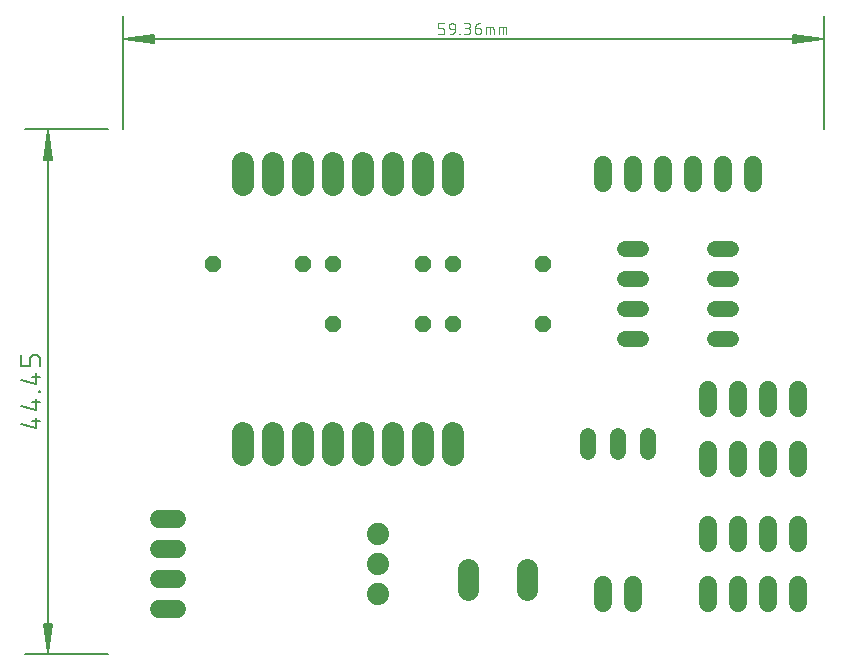
<source format=gbr>
G04 EAGLE Gerber X2 export*
%TF.Part,Single*%
%TF.FileFunction,Copper,L1,Top,Mixed*%
%TF.FilePolarity,Positive*%
%TF.GenerationSoftware,Autodesk,EAGLE,9.1.0*%
%TF.CreationDate,2018-07-07T09:38:12Z*%
G75*
%MOMM*%
%FSLAX34Y34*%
%LPD*%
%AMOC8*
5,1,8,0,0,1.08239X$1,22.5*%
G01*
%ADD10C,0.130000*%
%ADD11C,0.152400*%
%ADD12C,0.076200*%
%ADD13C,1.524000*%
%ADD14C,1.790700*%
%ADD15C,1.828800*%
%ADD16P,1.429621X8X202.500000*%
%ADD17C,1.879600*%
%ADD18C,1.320800*%
%ADD19P,1.429621X8X22.500000*%


D10*
X-12700Y444500D02*
X-83000Y444500D01*
X-83000Y0D02*
X-12700Y0D01*
X-63500Y650D02*
X-63500Y443850D01*
X-66692Y418500D01*
X-60308Y418500D01*
X-63500Y443850D01*
X-64800Y418500D01*
X-62200Y418500D02*
X-63500Y443850D01*
X-66100Y418500D01*
X-60900Y418500D02*
X-63500Y443850D01*
X-66692Y26000D02*
X-63500Y650D01*
X-66692Y26000D02*
X-60308Y26000D01*
X-63500Y650D01*
X-64800Y26000D01*
X-62200Y26000D02*
X-63500Y650D01*
X-66100Y26000D01*
X-60900Y26000D02*
X-63500Y650D01*
D11*
X-73619Y191191D02*
X-86263Y194804D01*
X-73619Y191191D02*
X-73619Y200222D01*
X-77232Y197513D02*
X-70007Y197513D01*
X-73619Y206823D02*
X-86263Y210435D01*
X-73619Y206823D02*
X-73619Y215854D01*
X-70007Y213144D02*
X-77232Y213144D01*
X-70910Y221828D02*
X-70007Y221828D01*
X-70910Y221828D02*
X-70910Y222731D01*
X-70007Y222731D01*
X-70007Y221828D01*
X-73619Y228706D02*
X-86263Y232319D01*
X-73619Y228706D02*
X-73619Y237737D01*
X-77232Y235028D02*
X-70007Y235028D01*
X-70007Y244337D02*
X-70007Y249756D01*
X-70009Y249874D01*
X-70015Y249992D01*
X-70024Y250110D01*
X-70038Y250227D01*
X-70055Y250344D01*
X-70076Y250461D01*
X-70101Y250576D01*
X-70130Y250691D01*
X-70163Y250805D01*
X-70199Y250917D01*
X-70239Y251028D01*
X-70282Y251138D01*
X-70329Y251247D01*
X-70379Y251354D01*
X-70434Y251459D01*
X-70491Y251562D01*
X-70552Y251663D01*
X-70616Y251763D01*
X-70683Y251860D01*
X-70753Y251955D01*
X-70827Y252047D01*
X-70903Y252138D01*
X-70983Y252225D01*
X-71065Y252310D01*
X-71150Y252392D01*
X-71237Y252472D01*
X-71328Y252548D01*
X-71420Y252622D01*
X-71515Y252692D01*
X-71612Y252759D01*
X-71712Y252823D01*
X-71813Y252884D01*
X-71916Y252941D01*
X-72021Y252996D01*
X-72128Y253046D01*
X-72237Y253093D01*
X-72347Y253136D01*
X-72458Y253176D01*
X-72570Y253212D01*
X-72684Y253245D01*
X-72799Y253274D01*
X-72914Y253299D01*
X-73031Y253320D01*
X-73148Y253337D01*
X-73265Y253351D01*
X-73383Y253360D01*
X-73501Y253366D01*
X-73619Y253368D01*
X-73619Y253369D02*
X-75426Y253369D01*
X-75426Y253368D02*
X-75544Y253366D01*
X-75662Y253360D01*
X-75780Y253351D01*
X-75897Y253337D01*
X-76014Y253320D01*
X-76131Y253299D01*
X-76246Y253274D01*
X-76361Y253245D01*
X-76475Y253212D01*
X-76587Y253176D01*
X-76698Y253136D01*
X-76808Y253093D01*
X-76917Y253046D01*
X-77024Y252996D01*
X-77129Y252941D01*
X-77232Y252884D01*
X-77333Y252823D01*
X-77433Y252759D01*
X-77530Y252692D01*
X-77625Y252622D01*
X-77717Y252548D01*
X-77808Y252472D01*
X-77895Y252392D01*
X-77980Y252310D01*
X-78062Y252225D01*
X-78142Y252138D01*
X-78218Y252047D01*
X-78292Y251955D01*
X-78362Y251860D01*
X-78429Y251763D01*
X-78493Y251663D01*
X-78554Y251562D01*
X-78611Y251459D01*
X-78666Y251354D01*
X-78716Y251247D01*
X-78763Y251138D01*
X-78806Y251028D01*
X-78846Y250917D01*
X-78882Y250805D01*
X-78915Y250691D01*
X-78944Y250576D01*
X-78969Y250461D01*
X-78990Y250344D01*
X-79007Y250227D01*
X-79021Y250110D01*
X-79030Y249992D01*
X-79036Y249874D01*
X-79038Y249756D01*
X-79038Y244337D01*
X-86263Y244337D01*
X-86263Y253369D01*
D10*
X0Y444400D02*
X0Y540200D01*
X593600Y540200D02*
X593600Y444400D01*
X592950Y520700D02*
X650Y520700D01*
X26000Y523892D01*
X26000Y517508D01*
X650Y520700D01*
X26000Y522000D01*
X26000Y519400D02*
X650Y520700D01*
X26000Y523300D01*
X26000Y518100D02*
X650Y520700D01*
X567600Y523892D02*
X592950Y520700D01*
X567600Y523892D02*
X567600Y517508D01*
X592950Y520700D01*
X567600Y522000D01*
X567600Y519400D02*
X592950Y520700D01*
X567600Y523300D01*
X567600Y518100D02*
X592950Y520700D01*
D12*
X270010Y524921D02*
X266878Y524921D01*
X270010Y524921D02*
X270099Y524923D01*
X270187Y524929D01*
X270275Y524938D01*
X270363Y524951D01*
X270450Y524968D01*
X270536Y524988D01*
X270621Y525013D01*
X270706Y525040D01*
X270789Y525072D01*
X270870Y525106D01*
X270950Y525145D01*
X271028Y525186D01*
X271105Y525231D01*
X271179Y525279D01*
X271252Y525330D01*
X271322Y525384D01*
X271389Y525442D01*
X271455Y525502D01*
X271517Y525564D01*
X271577Y525630D01*
X271635Y525697D01*
X271689Y525767D01*
X271740Y525840D01*
X271788Y525914D01*
X271833Y525991D01*
X271874Y526069D01*
X271913Y526149D01*
X271947Y526230D01*
X271979Y526313D01*
X272006Y526398D01*
X272031Y526483D01*
X272051Y526569D01*
X272068Y526656D01*
X272081Y526744D01*
X272090Y526832D01*
X272096Y526920D01*
X272098Y527009D01*
X272099Y527009D02*
X272099Y528054D01*
X272098Y528054D02*
X272096Y528143D01*
X272090Y528231D01*
X272081Y528319D01*
X272068Y528407D01*
X272051Y528494D01*
X272031Y528580D01*
X272006Y528665D01*
X271979Y528750D01*
X271947Y528833D01*
X271913Y528914D01*
X271874Y528994D01*
X271833Y529072D01*
X271788Y529149D01*
X271740Y529223D01*
X271689Y529296D01*
X271635Y529366D01*
X271577Y529433D01*
X271517Y529499D01*
X271455Y529561D01*
X271389Y529621D01*
X271322Y529679D01*
X271252Y529733D01*
X271179Y529784D01*
X271105Y529832D01*
X271028Y529877D01*
X270950Y529918D01*
X270870Y529957D01*
X270789Y529991D01*
X270706Y530023D01*
X270621Y530050D01*
X270536Y530075D01*
X270450Y530095D01*
X270363Y530112D01*
X270275Y530125D01*
X270187Y530134D01*
X270099Y530140D01*
X270010Y530142D01*
X266878Y530142D01*
X266878Y534319D01*
X272099Y534319D01*
X278110Y529098D02*
X281243Y529098D01*
X278110Y529098D02*
X278021Y529100D01*
X277933Y529106D01*
X277845Y529115D01*
X277757Y529128D01*
X277670Y529145D01*
X277584Y529165D01*
X277499Y529190D01*
X277414Y529217D01*
X277331Y529249D01*
X277250Y529283D01*
X277170Y529322D01*
X277092Y529363D01*
X277015Y529408D01*
X276941Y529456D01*
X276868Y529507D01*
X276798Y529561D01*
X276731Y529619D01*
X276665Y529679D01*
X276603Y529741D01*
X276543Y529807D01*
X276485Y529874D01*
X276431Y529944D01*
X276380Y530017D01*
X276332Y530091D01*
X276287Y530168D01*
X276246Y530246D01*
X276207Y530326D01*
X276173Y530407D01*
X276141Y530490D01*
X276114Y530575D01*
X276089Y530660D01*
X276069Y530746D01*
X276052Y530833D01*
X276039Y530921D01*
X276030Y531009D01*
X276024Y531097D01*
X276022Y531186D01*
X276022Y531708D01*
X276021Y531708D02*
X276023Y531809D01*
X276029Y531910D01*
X276039Y532011D01*
X276052Y532111D01*
X276070Y532211D01*
X276091Y532310D01*
X276117Y532408D01*
X276146Y532505D01*
X276178Y532601D01*
X276215Y532695D01*
X276255Y532788D01*
X276299Y532880D01*
X276346Y532969D01*
X276397Y533057D01*
X276451Y533143D01*
X276508Y533226D01*
X276568Y533308D01*
X276632Y533386D01*
X276698Y533463D01*
X276768Y533536D01*
X276840Y533607D01*
X276915Y533675D01*
X276993Y533740D01*
X277073Y533802D01*
X277155Y533861D01*
X277240Y533917D01*
X277327Y533969D01*
X277415Y534018D01*
X277506Y534064D01*
X277598Y534105D01*
X277692Y534144D01*
X277787Y534178D01*
X277883Y534209D01*
X277981Y534236D01*
X278079Y534260D01*
X278179Y534279D01*
X278279Y534295D01*
X278379Y534307D01*
X278480Y534315D01*
X278581Y534319D01*
X278683Y534319D01*
X278784Y534315D01*
X278885Y534307D01*
X278985Y534295D01*
X279085Y534279D01*
X279185Y534260D01*
X279283Y534236D01*
X279381Y534209D01*
X279477Y534178D01*
X279572Y534144D01*
X279666Y534105D01*
X279758Y534064D01*
X279849Y534018D01*
X279938Y533969D01*
X280024Y533917D01*
X280109Y533861D01*
X280191Y533802D01*
X280271Y533740D01*
X280349Y533675D01*
X280424Y533607D01*
X280496Y533536D01*
X280566Y533463D01*
X280632Y533386D01*
X280696Y533308D01*
X280756Y533226D01*
X280813Y533143D01*
X280867Y533057D01*
X280918Y532969D01*
X280965Y532880D01*
X281009Y532788D01*
X281049Y532695D01*
X281086Y532601D01*
X281118Y532505D01*
X281147Y532408D01*
X281173Y532310D01*
X281194Y532211D01*
X281212Y532111D01*
X281225Y532011D01*
X281235Y531910D01*
X281241Y531809D01*
X281243Y531708D01*
X281243Y529098D01*
X281241Y528972D01*
X281235Y528846D01*
X281226Y528720D01*
X281213Y528595D01*
X281195Y528470D01*
X281175Y528345D01*
X281150Y528221D01*
X281122Y528098D01*
X281090Y527976D01*
X281054Y527855D01*
X281015Y527735D01*
X280972Y527617D01*
X280925Y527500D01*
X280875Y527384D01*
X280821Y527269D01*
X280765Y527157D01*
X280704Y527046D01*
X280641Y526937D01*
X280574Y526830D01*
X280504Y526725D01*
X280430Y526622D01*
X280354Y526522D01*
X280275Y526424D01*
X280193Y526328D01*
X280107Y526235D01*
X280020Y526144D01*
X279929Y526057D01*
X279836Y525971D01*
X279740Y525889D01*
X279642Y525810D01*
X279542Y525734D01*
X279439Y525660D01*
X279334Y525590D01*
X279227Y525523D01*
X279118Y525460D01*
X279007Y525399D01*
X278895Y525343D01*
X278780Y525289D01*
X278664Y525239D01*
X278547Y525192D01*
X278429Y525149D01*
X278309Y525110D01*
X278188Y525074D01*
X278066Y525042D01*
X277943Y525014D01*
X277819Y524989D01*
X277694Y524969D01*
X277569Y524951D01*
X277444Y524938D01*
X277318Y524929D01*
X277192Y524923D01*
X277066Y524921D01*
X284772Y524921D02*
X284772Y525443D01*
X285294Y525443D01*
X285294Y524921D01*
X284772Y524921D01*
X288823Y524921D02*
X291434Y524921D01*
X291535Y524923D01*
X291636Y524929D01*
X291737Y524939D01*
X291837Y524952D01*
X291937Y524970D01*
X292036Y524991D01*
X292134Y525017D01*
X292231Y525046D01*
X292327Y525078D01*
X292421Y525115D01*
X292514Y525155D01*
X292606Y525199D01*
X292695Y525246D01*
X292783Y525297D01*
X292869Y525351D01*
X292952Y525408D01*
X293034Y525468D01*
X293112Y525532D01*
X293189Y525598D01*
X293262Y525668D01*
X293333Y525740D01*
X293401Y525815D01*
X293466Y525893D01*
X293528Y525973D01*
X293587Y526055D01*
X293643Y526140D01*
X293695Y526227D01*
X293744Y526315D01*
X293790Y526406D01*
X293831Y526498D01*
X293870Y526592D01*
X293904Y526687D01*
X293935Y526783D01*
X293962Y526881D01*
X293986Y526979D01*
X294005Y527079D01*
X294021Y527179D01*
X294033Y527279D01*
X294041Y527380D01*
X294045Y527481D01*
X294045Y527583D01*
X294041Y527684D01*
X294033Y527785D01*
X294021Y527885D01*
X294005Y527985D01*
X293986Y528085D01*
X293962Y528183D01*
X293935Y528281D01*
X293904Y528377D01*
X293870Y528472D01*
X293831Y528566D01*
X293790Y528658D01*
X293744Y528749D01*
X293695Y528838D01*
X293643Y528924D01*
X293587Y529009D01*
X293528Y529091D01*
X293466Y529171D01*
X293401Y529249D01*
X293333Y529324D01*
X293262Y529396D01*
X293189Y529466D01*
X293112Y529532D01*
X293034Y529596D01*
X292952Y529656D01*
X292869Y529713D01*
X292783Y529767D01*
X292695Y529818D01*
X292606Y529865D01*
X292514Y529909D01*
X292421Y529949D01*
X292327Y529986D01*
X292231Y530018D01*
X292134Y530047D01*
X292036Y530073D01*
X291937Y530094D01*
X291837Y530112D01*
X291737Y530125D01*
X291636Y530135D01*
X291535Y530141D01*
X291434Y530143D01*
X291956Y534319D02*
X288823Y534319D01*
X291956Y534319D02*
X292046Y534317D01*
X292135Y534311D01*
X292225Y534302D01*
X292314Y534288D01*
X292402Y534271D01*
X292489Y534250D01*
X292576Y534225D01*
X292661Y534196D01*
X292745Y534164D01*
X292827Y534129D01*
X292908Y534089D01*
X292987Y534047D01*
X293064Y534001D01*
X293139Y533951D01*
X293212Y533899D01*
X293283Y533843D01*
X293351Y533785D01*
X293416Y533723D01*
X293479Y533659D01*
X293539Y533592D01*
X293596Y533523D01*
X293650Y533451D01*
X293701Y533377D01*
X293749Y533301D01*
X293793Y533223D01*
X293834Y533143D01*
X293872Y533061D01*
X293906Y532978D01*
X293936Y532893D01*
X293963Y532807D01*
X293986Y532721D01*
X294005Y532633D01*
X294020Y532544D01*
X294032Y532455D01*
X294040Y532366D01*
X294044Y532276D01*
X294044Y532186D01*
X294040Y532096D01*
X294032Y532007D01*
X294020Y531918D01*
X294005Y531829D01*
X293986Y531741D01*
X293963Y531655D01*
X293936Y531569D01*
X293906Y531484D01*
X293872Y531401D01*
X293834Y531319D01*
X293793Y531239D01*
X293749Y531161D01*
X293701Y531085D01*
X293650Y531011D01*
X293596Y530939D01*
X293539Y530870D01*
X293479Y530803D01*
X293416Y530739D01*
X293351Y530677D01*
X293283Y530619D01*
X293212Y530563D01*
X293139Y530511D01*
X293064Y530461D01*
X292987Y530415D01*
X292908Y530373D01*
X292827Y530333D01*
X292745Y530298D01*
X292661Y530266D01*
X292576Y530237D01*
X292489Y530212D01*
X292402Y530191D01*
X292314Y530174D01*
X292225Y530160D01*
X292135Y530151D01*
X292046Y530145D01*
X291956Y530143D01*
X291956Y530142D02*
X289867Y530142D01*
X297967Y530142D02*
X301100Y530142D01*
X301189Y530140D01*
X301277Y530134D01*
X301365Y530125D01*
X301453Y530112D01*
X301540Y530095D01*
X301626Y530075D01*
X301711Y530050D01*
X301796Y530023D01*
X301879Y529991D01*
X301960Y529957D01*
X302040Y529918D01*
X302118Y529877D01*
X302195Y529832D01*
X302269Y529784D01*
X302342Y529733D01*
X302412Y529679D01*
X302479Y529621D01*
X302545Y529561D01*
X302607Y529499D01*
X302667Y529433D01*
X302725Y529366D01*
X302779Y529296D01*
X302830Y529223D01*
X302878Y529149D01*
X302923Y529072D01*
X302964Y528994D01*
X303003Y528914D01*
X303037Y528833D01*
X303069Y528750D01*
X303096Y528665D01*
X303121Y528580D01*
X303141Y528494D01*
X303158Y528407D01*
X303171Y528319D01*
X303180Y528231D01*
X303186Y528143D01*
X303188Y528054D01*
X303188Y527532D01*
X303189Y527532D02*
X303187Y527431D01*
X303181Y527330D01*
X303171Y527229D01*
X303158Y527129D01*
X303140Y527029D01*
X303119Y526930D01*
X303093Y526832D01*
X303064Y526735D01*
X303032Y526639D01*
X302995Y526545D01*
X302955Y526452D01*
X302911Y526360D01*
X302864Y526271D01*
X302813Y526183D01*
X302759Y526097D01*
X302702Y526014D01*
X302642Y525932D01*
X302578Y525854D01*
X302512Y525777D01*
X302442Y525704D01*
X302370Y525633D01*
X302295Y525565D01*
X302217Y525500D01*
X302137Y525438D01*
X302055Y525379D01*
X301970Y525323D01*
X301883Y525271D01*
X301795Y525222D01*
X301704Y525176D01*
X301612Y525135D01*
X301518Y525096D01*
X301423Y525062D01*
X301327Y525031D01*
X301229Y525004D01*
X301131Y524980D01*
X301031Y524961D01*
X300931Y524945D01*
X300831Y524933D01*
X300730Y524925D01*
X300629Y524921D01*
X300527Y524921D01*
X300426Y524925D01*
X300325Y524933D01*
X300225Y524945D01*
X300125Y524961D01*
X300025Y524980D01*
X299927Y525004D01*
X299829Y525031D01*
X299733Y525062D01*
X299638Y525096D01*
X299544Y525135D01*
X299452Y525176D01*
X299361Y525222D01*
X299273Y525271D01*
X299186Y525323D01*
X299101Y525379D01*
X299019Y525438D01*
X298939Y525500D01*
X298861Y525565D01*
X298786Y525633D01*
X298714Y525704D01*
X298644Y525777D01*
X298578Y525854D01*
X298514Y525932D01*
X298454Y526014D01*
X298397Y526097D01*
X298343Y526183D01*
X298292Y526271D01*
X298245Y526360D01*
X298201Y526452D01*
X298161Y526545D01*
X298124Y526639D01*
X298092Y526735D01*
X298063Y526832D01*
X298037Y526930D01*
X298016Y527029D01*
X297998Y527129D01*
X297985Y527229D01*
X297975Y527330D01*
X297969Y527431D01*
X297967Y527532D01*
X297967Y530142D01*
X297969Y530271D01*
X297975Y530399D01*
X297985Y530527D01*
X297999Y530655D01*
X298016Y530783D01*
X298038Y530910D01*
X298064Y531036D01*
X298093Y531161D01*
X298126Y531285D01*
X298164Y531408D01*
X298204Y531530D01*
X298249Y531651D01*
X298297Y531770D01*
X298349Y531888D01*
X298405Y532004D01*
X298464Y532118D01*
X298527Y532230D01*
X298593Y532341D01*
X298662Y532449D01*
X298735Y532555D01*
X298811Y532659D01*
X298890Y532761D01*
X298972Y532860D01*
X299057Y532956D01*
X299145Y533050D01*
X299236Y533141D01*
X299330Y533229D01*
X299426Y533314D01*
X299525Y533396D01*
X299627Y533475D01*
X299731Y533551D01*
X299837Y533624D01*
X299945Y533693D01*
X300055Y533759D01*
X300168Y533822D01*
X300282Y533881D01*
X300398Y533937D01*
X300516Y533989D01*
X300635Y534037D01*
X300756Y534082D01*
X300878Y534122D01*
X301001Y534160D01*
X301125Y534193D01*
X301250Y534222D01*
X301376Y534248D01*
X301503Y534270D01*
X301631Y534287D01*
X301759Y534301D01*
X301887Y534311D01*
X302015Y534317D01*
X302144Y534319D01*
X307503Y531186D02*
X307503Y524921D01*
X307503Y531186D02*
X312202Y531186D01*
X312279Y531184D01*
X312355Y531178D01*
X312432Y531169D01*
X312508Y531156D01*
X312583Y531139D01*
X312657Y531119D01*
X312730Y531094D01*
X312801Y531067D01*
X312872Y531036D01*
X312940Y531001D01*
X313007Y530963D01*
X313072Y530922D01*
X313135Y530878D01*
X313195Y530831D01*
X313254Y530780D01*
X313309Y530727D01*
X313362Y530672D01*
X313413Y530613D01*
X313460Y530553D01*
X313504Y530490D01*
X313545Y530425D01*
X313583Y530358D01*
X313618Y530290D01*
X313649Y530219D01*
X313676Y530148D01*
X313701Y530075D01*
X313721Y530001D01*
X313738Y529926D01*
X313751Y529850D01*
X313760Y529773D01*
X313766Y529697D01*
X313768Y529620D01*
X313769Y529620D02*
X313769Y524921D01*
X310636Y524921D02*
X310636Y531186D01*
X318476Y531186D02*
X318476Y524921D01*
X318476Y531186D02*
X323175Y531186D01*
X323252Y531184D01*
X323328Y531178D01*
X323405Y531169D01*
X323481Y531156D01*
X323556Y531139D01*
X323630Y531119D01*
X323703Y531094D01*
X323774Y531067D01*
X323845Y531036D01*
X323913Y531001D01*
X323980Y530963D01*
X324045Y530922D01*
X324108Y530878D01*
X324168Y530831D01*
X324227Y530780D01*
X324282Y530727D01*
X324335Y530672D01*
X324386Y530613D01*
X324433Y530553D01*
X324477Y530490D01*
X324518Y530425D01*
X324556Y530358D01*
X324591Y530290D01*
X324622Y530219D01*
X324649Y530148D01*
X324674Y530075D01*
X324694Y530001D01*
X324711Y529926D01*
X324724Y529850D01*
X324733Y529773D01*
X324739Y529697D01*
X324741Y529620D01*
X324741Y524921D01*
X321609Y524921D02*
X321609Y531186D01*
D13*
X533400Y414020D02*
X533400Y398780D01*
X508000Y398780D02*
X508000Y414020D01*
X482600Y414020D02*
X482600Y398780D01*
X457200Y398780D02*
X457200Y414020D01*
X431800Y414020D02*
X431800Y398780D01*
X406400Y398780D02*
X406400Y414020D01*
D14*
X292500Y72454D02*
X292500Y54547D01*
X342500Y54547D02*
X342500Y72454D01*
D13*
X431800Y58420D02*
X431800Y43180D01*
X406400Y43180D02*
X406400Y58420D01*
D15*
X101600Y168656D02*
X101600Y186944D01*
X127000Y186944D02*
X127000Y168656D01*
X152400Y168656D02*
X152400Y186944D01*
X177800Y186944D02*
X177800Y168656D01*
X203200Y168656D02*
X203200Y186944D01*
X228600Y186944D02*
X228600Y168656D01*
X254000Y168656D02*
X254000Y186944D01*
X279400Y186944D02*
X279400Y168656D01*
X101600Y397256D02*
X101600Y415544D01*
X127000Y415544D02*
X127000Y397256D01*
X152400Y397256D02*
X152400Y415544D01*
X177800Y415544D02*
X177800Y397256D01*
X203200Y397256D02*
X203200Y415544D01*
X228600Y415544D02*
X228600Y397256D01*
X254000Y397256D02*
X254000Y415544D01*
X279400Y415544D02*
X279400Y397256D01*
D13*
X45720Y114300D02*
X30480Y114300D01*
X30480Y88900D02*
X45720Y88900D01*
X45720Y63500D02*
X30480Y63500D01*
X30480Y38100D02*
X45720Y38100D01*
X495300Y93980D02*
X495300Y109220D01*
X520700Y109220D02*
X520700Y93980D01*
X546100Y93980D02*
X546100Y109220D01*
X571500Y109220D02*
X571500Y93980D01*
X495300Y208280D02*
X495300Y223520D01*
X520700Y223520D02*
X520700Y208280D01*
X546100Y208280D02*
X546100Y223520D01*
X571500Y223520D02*
X571500Y208280D01*
D16*
X254000Y330200D03*
X177800Y330200D03*
X152400Y330200D03*
X76200Y330200D03*
D17*
X215900Y101600D03*
X215900Y76200D03*
X215900Y50800D03*
D13*
X495300Y157480D02*
X495300Y172720D01*
X520700Y172720D02*
X520700Y157480D01*
X546100Y157480D02*
X546100Y172720D01*
X571500Y172720D02*
X571500Y157480D01*
D18*
X438404Y342900D02*
X425196Y342900D01*
X425196Y317500D02*
X438404Y317500D01*
X438404Y292100D02*
X425196Y292100D01*
X425196Y266700D02*
X438404Y266700D01*
X501396Y266700D02*
X514604Y266700D01*
X514604Y292100D02*
X501396Y292100D01*
X501396Y317500D02*
X514604Y317500D01*
X514604Y342900D02*
X501396Y342900D01*
D19*
X279400Y330200D03*
X355600Y330200D03*
X279400Y279400D03*
X355600Y279400D03*
D13*
X495300Y58420D02*
X495300Y43180D01*
X520700Y43180D02*
X520700Y58420D01*
X546100Y58420D02*
X546100Y43180D01*
X571500Y43180D02*
X571500Y58420D01*
D18*
X444500Y171196D02*
X444500Y184404D01*
X393700Y184404D02*
X393700Y171196D01*
X419100Y171196D02*
X419100Y184404D01*
D16*
X254000Y279400D03*
X177800Y279400D03*
M02*

</source>
